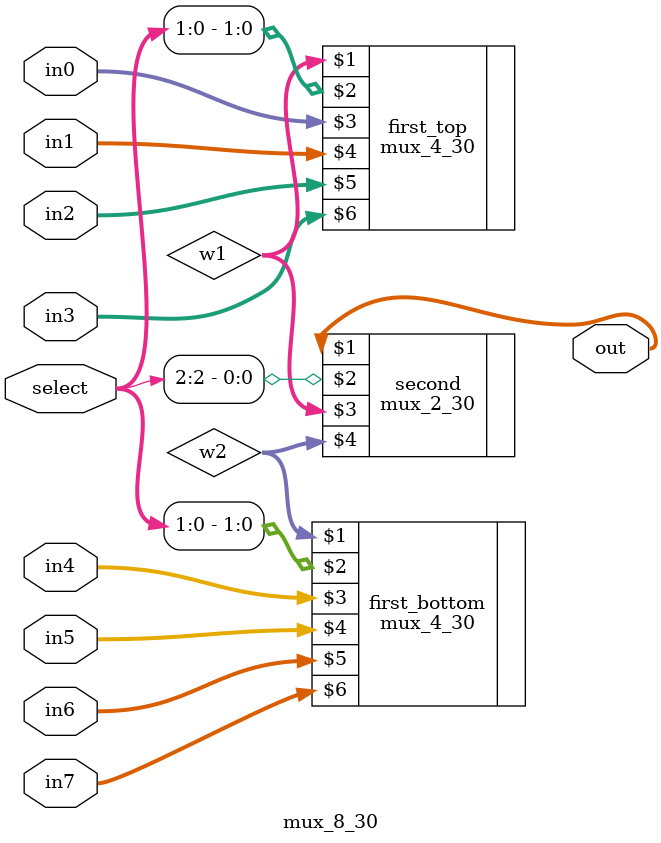
<source format=v>
module mux_8_30(out,select,in0,in1,in2,in3,in4,in5,in6,in7);
    input [2:0] select;
    input [29:0] in0, in1, in2, in3, in4, in5, in6, in7;
    output [29:0] out;
    wire [29:0] w1,w2;

    mux_4_30 first_top(w1,select[1:0],in0,in1,in2,in3);
    mux_4_30 first_bottom(w2,select[1:0],in4,in5,in6,in7);
    mux_2_30 second(out,select[2],w1,w2);

endmodule
</source>
